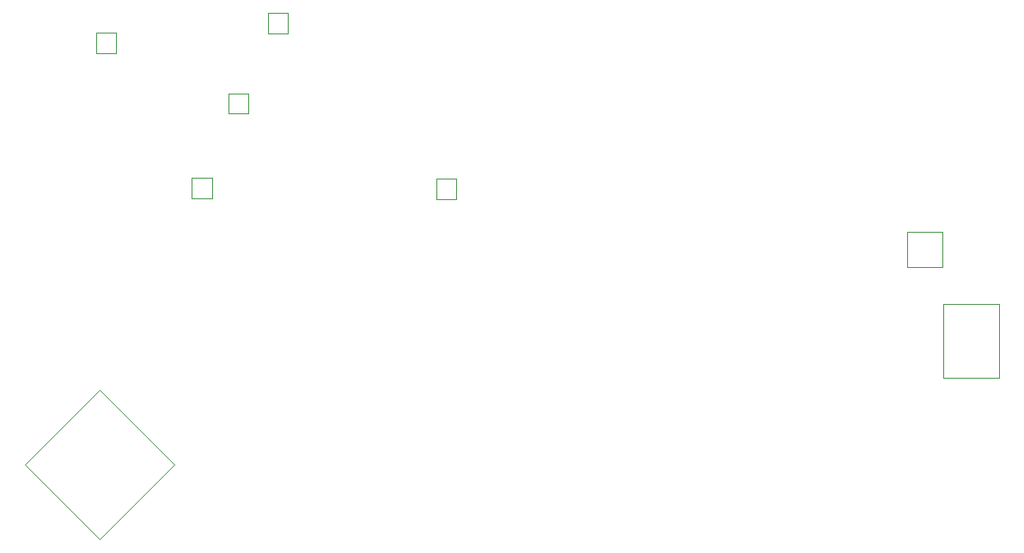
<source format=gbr>
G04 #@! TF.GenerationSoftware,KiCad,Pcbnew,(6.0.4)*
G04 #@! TF.CreationDate,2022-04-24T21:14:09+02:00*
G04 #@! TF.ProjectId,mch2022,6d636832-3032-4322-9e6b-696361645f70,Final*
G04 #@! TF.SameCoordinates,Original*
G04 #@! TF.FileFunction,Other,User*
%FSLAX46Y46*%
G04 Gerber Fmt 4.6, Leading zero omitted, Abs format (unit mm)*
G04 Created by KiCad (PCBNEW (6.0.4)) date 2022-04-24 21:14:09*
%MOMM*%
%LPD*%
G01*
G04 APERTURE LIST*
%ADD10C,0.050000*%
G04 APERTURE END LIST*
D10*
X-16860000Y25890000D02*
X-18860000Y25890000D01*
X-18860000Y27890000D02*
X-16860000Y27890000D01*
X-18860000Y25890000D02*
X-18860000Y27890000D01*
X-16860000Y27890000D02*
X-16860000Y25890000D01*
X-52400000Y40270000D02*
X-52400000Y42270000D01*
X-50400000Y40270000D02*
X-52400000Y40270000D01*
X-50400000Y42270000D02*
X-50400000Y40270000D01*
X-52400000Y42270000D02*
X-50400000Y42270000D01*
X-37360000Y36320000D02*
X-37360000Y34320000D01*
X-39360000Y34320000D02*
X-39360000Y36320000D01*
X-39360000Y36320000D02*
X-37360000Y36320000D01*
X-37360000Y34320000D02*
X-39360000Y34320000D01*
X-51998565Y7093286D02*
X-44644654Y-260625D01*
X-59423186Y-331335D02*
X-51998565Y7093286D01*
X-44644654Y-260625D02*
X-52069275Y-7685246D01*
X-52069275Y-7685246D02*
X-59423186Y-331335D01*
X36640000Y8250000D02*
X36640000Y15550000D01*
X36640000Y15550000D02*
X31140000Y15550000D01*
X31140000Y8250000D02*
X36640000Y8250000D01*
X31140000Y15550000D02*
X31140000Y8250000D01*
X-35470000Y44230000D02*
X-33470000Y44230000D01*
X-35470000Y42230000D02*
X-35470000Y44230000D01*
X-33470000Y44230000D02*
X-33470000Y42230000D01*
X-33470000Y42230000D02*
X-35470000Y42230000D01*
X27560000Y22690000D02*
X27560000Y19190000D01*
X31060000Y22690000D02*
X27560000Y22690000D01*
X31060000Y19190000D02*
X31060000Y22690000D01*
X27560000Y19190000D02*
X31060000Y19190000D01*
X-42979000Y25982000D02*
X-42979000Y27982000D01*
X-42979000Y27982000D02*
X-40979000Y27982000D01*
X-40979000Y27982000D02*
X-40979000Y25982000D01*
X-40979000Y25982000D02*
X-42979000Y25982000D01*
M02*

</source>
